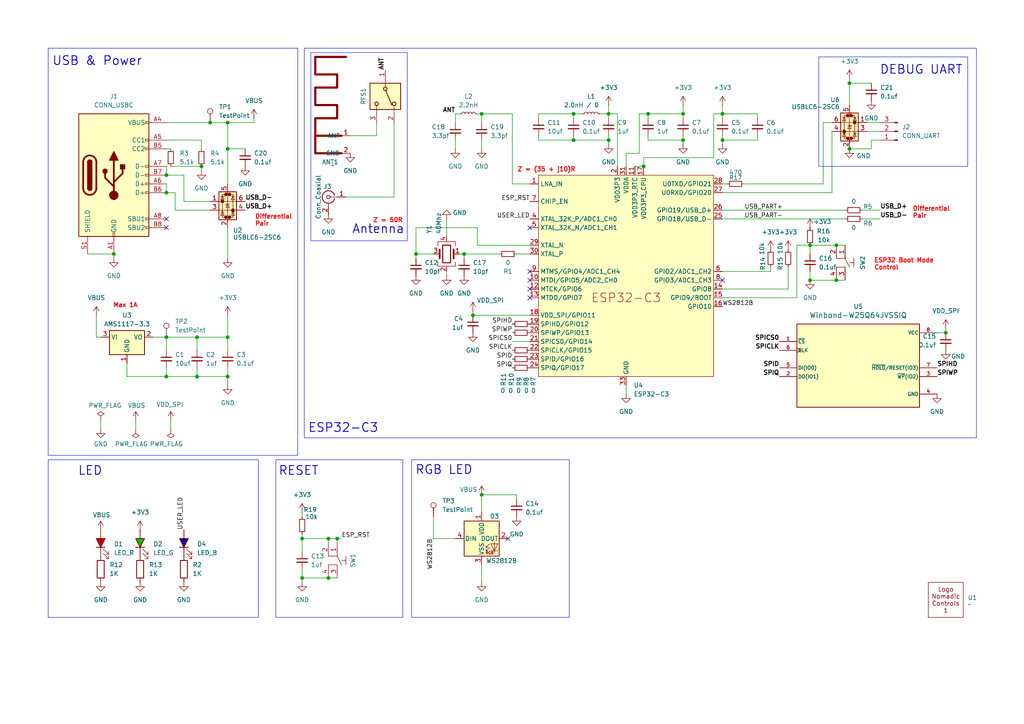
<source format=kicad_sch>
(kicad_sch (version 20231120) (generator "eeschema") (generator_version "8.0")
  (paper "A4")
  (title_block (title "ESP32-C3 LCGV Dev Board") (date "2024-11-29") (company "Nomadic Controls"))
  (junction (at 57.15 97.79))
  (junction (at 246.38 24.13))
  (junction (at 66.04 35.56))
  (junction (at 48.26 50.8))
  (junction (at 87.63 156.21))
  (junction (at 58.42 48.26))
  (junction (at 234.95 71.12))
  (junction (at 242.57 81.28))
  (junction (at 166.37 33.02))
  (junction (at 186.69 48.26))
  (junction (at 87.63 167.64))
  (junction (at 176.53 40.64))
  (junction (at 48.26 97.79))
  (junction (at 139.7 143.51))
  (junction (at 176.53 33.02))
  (junction (at 198.12 33.02))
  (junction (at 246.38 43.18))
  (junction (at 209.55 33.02))
  (junction (at 187.96 33.02))
  (junction (at 33.02 73.66))
  (junction (at 48.26 109.22))
  (junction (at 242.57 71.12))
  (junction (at 234.95 81.28))
  (junction (at 198.12 40.64))
  (junction (at 274.32 96.52))
  (junction (at 120.65 73.66))
  (junction (at 57.15 109.22))
  (junction (at 134.62 73.66))
  (junction (at 60.96 35.56))
  (junction (at 139.7 33.02))
  (junction (at 66.04 109.22))
  (junction (at 48.26 55.88))
  (junction (at 66.04 97.79))
  (junction (at 95.25 167.64))
  (junction (at 95.25 156.21))
  (junction (at 97.79 156.21))
  (junction (at 209.55 40.64))
  (junction (at 137.16 91.44))
  (junction (at 166.37 40.64))
  (junction (at 66.04 43.18))
  (no_connect (at 209.55 81.28))
  (no_connect (at 48.26 63.5))
  (no_connect (at 153.67 78.74))
  (no_connect (at 153.67 83.82))
  (no_connect (at 153.67 81.28))
  (no_connect (at 153.67 86.36))
  (no_connect (at 153.67 66.04))
  (no_connect (at 48.26 66.04))
  (no_connect (at 147.32 156.21))
  (wire (pts (xy 246.38 24.13) (xy 246.38 30.48)))
  (wire (pts (xy 49.53 48.26) (xy 58.42 48.26)))
  (wire (pts (xy 134.62 73.66) (xy 134.62 74.93)))
  (wire (pts (xy 209.55 30.48) (xy 209.55 33.02)))
  (wire (pts (xy 125.73 156.21) (xy 125.73 149.86)))
  (wire (pts (xy 156.21 33.02) (xy 166.37 33.02)))
  (wire (pts (xy 251.46 38.1) (xy 255.27 38.1)))
  (wire (pts (xy 97.79 156.21) (xy 99.06 156.21)))
  (wire (pts (xy 57.15 109.22) (xy 48.26 109.22)))
  (wire (pts (xy 198.12 40.64) (xy 198.12 41.91)))
  (wire (pts (xy 149.86 143.51) (xy 139.7 143.51)))
  (wire (pts (xy 209.55 63.5) (xy 245.11 63.5)))
  (wire (pts (xy 209.55 40.64) (xy 209.55 41.91)))
  (wire (pts (xy 242.57 81.28) (xy 245.11 81.28)))
  (wire (pts (xy 186.69 45.72) (xy 207.01 45.72)))
  (wire (pts (xy 166.37 40.64) (xy 166.37 39.37)))
  (wire (pts (xy 231.14 86.36) (xy 231.14 71.12)))
  (wire (pts (xy 242.57 71.12) (xy 245.11 71.12)))
  (wire (pts (xy 246.38 22.86) (xy 246.38 24.13)))
  (wire (pts (xy 48.26 48.26) (xy 48.26 50.8)))
  (wire (pts (xy 50.8 60.96) (xy 50.8 55.88)))
  (wire (pts (xy 87.63 148.59) (xy 87.63 149.86)))
  (wire (pts (xy 215.9 53.34) (xy 238.76 53.34)))
  (wire (pts (xy 219.71 34.29) (xy 219.71 33.02)))
  (wire (pts (xy 187.96 40.64) (xy 187.96 39.37)))
  (wire (pts (xy 198.12 33.02) (xy 198.12 34.29)))
  (wire (pts (xy 57.15 109.22) (xy 57.15 106.68)))
  (wire (pts (xy 238.76 53.34) (xy 238.76 35.56)))
  (wire (pts (xy 29.21 121.92) (xy 29.21 124.46)))
  (wire (pts (xy 87.63 167.64) (xy 87.63 168.91)))
  (wire (pts (xy 95.25 167.64) (xy 87.63 167.64)))
  (wire (pts (xy 156.21 40.64) (xy 156.21 39.37)))
  (wire (pts (xy 109.22 35.56) (xy 109.22 39.37)))
  (wire (pts (xy 139.7 33.02) (xy 148.59 33.02)))
  (wire (pts (xy 181.61 48.26) (xy 181.61 44.45)))
  (wire (pts (xy 27.94 97.79) (xy 27.94 91.44)))
  (wire (pts (xy 255.27 40.64) (xy 252.73 40.64)))
  (wire (pts (xy 53.34 50.8) (xy 48.26 50.8)))
  (wire (pts (xy 251.46 35.56) (xy 255.27 35.56)))
  (wire (pts (xy 209.55 60.96) (xy 245.11 60.96)))
  (wire (pts (xy 48.26 97.79) (xy 57.15 97.79)))
  (wire (pts (xy 132.08 40.64) (xy 132.08 43.18)))
  (wire (pts (xy 137.16 91.44) (xy 153.67 91.44)))
  (wire (pts (xy 132.08 156.21) (xy 125.73 156.21)))
  (wire (pts (xy 207.01 45.72) (xy 207.01 33.02)))
  (wire (pts (xy 50.8 55.88) (xy 48.26 55.88)))
  (wire (pts (xy 120.65 73.66) (xy 120.65 74.93)))
  (wire (pts (xy 53.34 58.42) (xy 53.34 50.8)))
  (wire (pts (xy 209.55 39.37) (xy 209.55 40.64)))
  (wire (pts (xy 271.78 96.52) (xy 274.32 96.52)))
  (wire (pts (xy 66.04 43.18) (xy 66.04 35.56)))
  (wire (pts (xy 139.7 143.51) (xy 139.7 148.59)))
  (wire (pts (xy 33.02 73.66) (xy 33.02 74.93)))
  (wire (pts (xy 73.66 34.29) (xy 73.66 35.56)))
  (wire (pts (xy 209.55 33.02) (xy 219.71 33.02)))
  (wire (pts (xy 87.63 167.64) (xy 87.63 165.1)))
  (wire (pts (xy 95.25 157.48) (xy 95.25 156.21)))
  (wire (pts (xy 250.19 63.5) (xy 255.27 63.5)))
  (wire (pts (xy 228.6 83.82) (xy 228.6 77.47)))
  (wire (pts (xy 187.96 34.29) (xy 187.96 33.02)))
  (wire (pts (xy 138.43 71.12) (xy 153.67 71.12)))
  (wire (pts (xy 139.7 33.02) (xy 139.7 35.56)))
  (wire (pts (xy 66.04 106.68) (xy 66.04 109.22)))
  (wire (pts (xy 274.32 95.25) (xy 274.32 96.52)))
  (wire (pts (xy 252.73 40.64) (xy 252.73 43.18)))
  (wire (pts (xy 129.54 63.5) (xy 129.54 68.58)))
  (wire (pts (xy 133.35 73.66) (xy 134.62 73.66)))
  (wire (pts (xy 57.15 97.79) (xy 66.04 97.79)))
  (wire (pts (xy 166.37 33.02) (xy 168.91 33.02)))
  (wire (pts (xy 109.22 39.37) (xy 101.6 39.37)))
  (wire (pts (xy 60.96 60.96) (xy 50.8 60.96)))
  (wire (pts (xy 209.55 40.64) (xy 219.71 40.64)))
  (wire (pts (xy 219.71 40.64) (xy 219.71 39.37)))
  (wire (pts (xy 97.79 156.21) (xy 97.79 157.48)))
  (wire (pts (xy 234.95 71.12) (xy 242.57 71.12)))
  (wire (pts (xy 181.61 44.45) (xy 185.42 44.45)))
  (wire (pts (xy 66.04 109.22) (xy 57.15 109.22)))
  (wire (pts (xy 87.63 156.21) (xy 87.63 160.02)))
  (wire (pts (xy 156.21 34.29) (xy 156.21 33.02)))
  (wire (pts (xy 138.43 66.04) (xy 138.43 71.12)))
  (wire (pts (xy 66.04 109.22) (xy 66.04 111.76)))
  (wire (pts (xy 252.73 43.18) (xy 246.38 43.18)))
  (wire (pts (xy 234.95 71.12) (xy 234.95 73.66)))
  (wire (pts (xy 58.42 48.26) (xy 58.42 49.53)))
  (wire (pts (xy 36.83 109.22) (xy 36.83 105.41)))
  (wire (pts (xy 153.67 53.34) (xy 148.59 53.34)))
  (wire (pts (xy 48.26 53.34) (xy 48.26 55.88)))
  (wire (pts (xy 48.26 40.64) (xy 58.42 40.64)))
  (wire (pts (xy 176.53 30.48) (xy 176.53 33.02)))
  (wire (pts (xy 139.7 163.83) (xy 139.7 168.91)))
  (wire (pts (xy 66.04 97.79) (xy 66.04 101.6)))
  (wire (pts (xy 207.01 33.02) (xy 209.55 33.02)))
  (wire (pts (xy 49.53 121.92) (xy 49.53 124.46)))
  (wire (pts (xy 176.53 33.02) (xy 173.99 33.02)))
  (wire (pts (xy 95.25 156.21) (xy 97.79 156.21)))
  (wire (pts (xy 186.69 48.26) (xy 184.15 48.26)))
  (wire (pts (xy 179.07 33.02) (xy 176.53 33.02)))
  (wire (pts (xy 57.15 97.79) (xy 57.15 101.6)))
  (wire (pts (xy 48.26 43.18) (xy 49.53 43.18)))
  (wire (pts (xy 181.61 111.76) (xy 181.61 114.3)))
  (wire (pts (xy 166.37 40.64) (xy 176.53 40.64)))
  (wire (pts (xy 66.04 53.34) (xy 66.04 43.18)))
  (wire (pts (xy 209.55 86.36) (xy 231.14 86.36)))
  (wire (pts (xy 166.37 33.02) (xy 166.37 34.29)))
  (wire (pts (xy 87.63 154.94) (xy 87.63 156.21)))
  (wire (pts (xy 95.25 156.21) (xy 87.63 156.21)))
  (wire (pts (xy 48.26 35.56) (xy 60.96 35.56)))
  (wire (pts (xy 138.43 33.02) (xy 139.7 33.02)))
  (wire (pts (xy 185.42 44.45) (xy 185.42 33.02)))
  (wire (pts (xy 114.3 35.56) (xy 114.3 57.15)))
  (wire (pts (xy 209.55 33.02) (xy 209.55 34.29)))
  (wire (pts (xy 238.76 35.56) (xy 241.3 35.56)))
  (wire (pts (xy 66.04 66.04) (xy 66.04 74.93)))
  (wire (pts (xy 209.55 55.88) (xy 241.3 55.88)))
  (wire (pts (xy 149.86 144.78) (xy 149.86 143.51)))
  (wire (pts (xy 29.21 97.79) (xy 27.94 97.79)))
  (wire (pts (xy 60.96 35.56) (xy 66.04 35.56)))
  (wire (pts (xy 66.04 43.18) (xy 71.12 43.18)))
  (wire (pts (xy 149.86 73.66) (xy 153.67 73.66)))
  (wire (pts (xy 209.55 83.82) (xy 228.6 83.82)))
  (wire (pts (xy 48.26 97.79) (xy 48.26 101.6)))
  (wire (pts (xy 137.16 91.44) (xy 137.16 90.17)))
  (wire (pts (xy 198.12 39.37) (xy 198.12 40.64)))
  (wire (pts (xy 246.38 24.13) (xy 252.73 24.13)))
  (wire (pts (xy 209.55 78.74) (xy 223.52 78.74)))
  (wire (pts (xy 179.07 33.02) (xy 179.07 48.26)))
  (wire (pts (xy 187.96 40.64) (xy 198.12 40.64)))
  (wire (pts (xy 185.42 33.02) (xy 187.96 33.02)))
  (wire (pts (xy 148.59 99.06) (xy 153.67 99.06)))
  (wire (pts (xy 132.08 33.02) (xy 133.35 33.02)))
  (wire (pts (xy 242.57 81.28) (xy 234.95 81.28)))
  (wire (pts (xy 223.52 78.74) (xy 223.52 77.47)))
  (wire (pts (xy 95.25 167.64) (xy 97.79 167.64)))
  (wire (pts (xy 132.08 35.56) (xy 132.08 33.02)))
  (wire (pts (xy 139.7 40.64) (xy 139.7 43.18)))
  (wire (pts (xy 234.95 81.28) (xy 234.95 78.74)))
  (wire (pts (xy 58.42 40.64) (xy 58.42 43.18)))
  (wire (pts (xy 66.04 91.44) (xy 66.04 97.79)))
  (wire (pts (xy 231.14 71.12) (xy 234.95 71.12)))
  (wire (pts (xy 120.65 66.04) (xy 138.43 66.04)))
  (wire (pts (xy 39.37 121.92) (xy 39.37 124.46)))
  (wire (pts (xy 187.96 33.02) (xy 198.12 33.02)))
  (wire (pts (xy 60.96 58.42) (xy 53.34 58.42)))
  (wire (pts (xy 209.55 53.34) (xy 210.82 53.34)))
  (wire (pts (xy 100.33 57.15) (xy 114.3 57.15)))
  (wire (pts (xy 186.69 48.26) (xy 186.69 45.72)))
  (wire (pts (xy 44.45 97.79) (xy 48.26 97.79)))
  (wire (pts (xy 241.3 55.88) (xy 241.3 38.1)))
  (wire (pts (xy 125.73 73.66) (xy 120.65 73.66)))
  (wire (pts (xy 148.59 53.34) (xy 148.59 33.02)))
  (wire (pts (xy 198.12 30.48) (xy 198.12 33.02)))
  (wire (pts (xy 129.54 78.74) (xy 129.54 80.01)))
  (wire (pts (xy 134.62 73.66) (xy 144.78 73.66)))
  (wire (pts (xy 120.65 73.66) (xy 120.65 66.04)))
  (wire (pts (xy 156.21 40.64) (xy 166.37 40.64)))
  (wire (pts (xy 250.19 60.96) (xy 255.27 60.96)))
  (wire (pts (xy 176.53 34.29) (xy 176.53 33.02)))
  (wire (pts (xy 176.53 40.64) (xy 176.53 41.91)))
  (wire (pts (xy 48.26 109.22) (xy 48.26 106.68)))
  (wire (pts (xy 176.53 39.37) (xy 176.53 40.64)))
  (wire (pts (xy 48.26 109.22) (xy 36.83 109.22)))
  (wire (pts (xy 66.04 35.56) (xy 73.66 35.56)))
  (wire (pts (xy 25.4 73.66) (xy 33.02 73.66)))
  (rectangle (start 237.49 16.51) (end 280.67 48.26) (stroke (width 0.127) (color 0 0 194 1)))
  (rectangle (start 13.97 13.97) (end 86.36 132.08) (stroke (width 0.127) (color 0 0 194 1)))
  (rectangle (start 13.97 133.35) (end 74.93 179.07) (stroke (width 0.127) (color 0 0 194 1)))
  (rectangle (start 90.17 15.24) (end 118.11 69.85) (stroke (width 0.127) (color 0 0 255 1)))
  (rectangle (start 80.01 133.35) (end 116.84 179.07) (stroke (width 0.127) (color 0 0 194 1)))
  (rectangle (start 119.38 133.35) (end 165.1 179.07) (stroke (width 0.127) (color 0 0 194 1)))
  (rectangle (start 88.265 13.97) (end 283.21 127) (stroke (width 0.127) (color 0 0 194 1)))
  (text "Z = (35 + j10)R" (at 158.496 49.276 0) (effects (font (size 1.27 1.27) (thickness 0.254) (bold yes))))
  (text "DEBUG UART" (at 267.208 20.32 0) (effects (font (size 2.54 2.54) (thickness 0.254) (bold yes))))
  (text "Differential\nPair" (at 73.914 64.008 0) (effects (font (size 1.27 1.27) (thickness 0.254) (bold yes)) (justify left)))
  (text "ESP32-C3" (at 99.568 124.206 0) (effects (font (size 2.54 2.54) (thickness 0.254) (bold yes))))
  (text "ESP32 Boot Mode\nControl" (at 253.492 76.708 0) (effects (font (size 1.27 1.27) (thickness 0.254) (bold yes)) (justify left)))
  (text "RGB LED" (at 128.778 136.398 0) (effects (font (size 2.54 2.54) (thickness 0.254) (bold yes))))
  (text "USB & Power" (at 28.194 17.78 0) (effects (font (size 2.54 2.54) (thickness 0.254) (bold yes))))
  (text "LED" (at 26.162 136.652 0) (effects (font (size 2.54 2.54) (thickness 0.254) (bold yes))))
  (text "Antenna" (at 109.728 66.548 0) (effects (font (size 2.54 2.54) (thickness 0.254) (bold yes))))
  (text "Differential\nPair" (at 264.668 61.722 0) (effects (font (size 1.27 1.27) (thickness 0.254) (bold yes)) (justify left)))
  (text "Max 1A" (at 32.766 88.646 0) (effects (font (size 1.27 1.27) (thickness 0.254) (bold yes)) (justify left)))
  (text "RESET" (at 86.614 136.652 0) (effects (font (size 2.54 2.54) (thickness 0.254) (bold yes))))
  (text "Z = 50R" (at 112.522 64.008 0) (effects (font (size 1.27 1.27) (thickness 0.254) (bold yes))))
  (label "SPID" (at 148.59 104.14 180))
  (label "SPICLK" (at 148.59 101.6 180))
  (label "SPICS0" (at 148.59 99.06 180))
  (label "USB_D+" (at 71.12 60.96 0) (effects (font (thickness 0.254) (bold yes))))
  (label "SPIWP" (at 271.78 109.22 0) (effects (font (thickness 0.254) (bold yes))))
  (label "SPIWP" (at 148.59 96.52 180))
  (label "USB_PART-" (at 215.9 63.5 0))
  (label "USB_D-" (at 71.12 58.42 0) (effects (font (thickness 0.254) (bold yes))))
  (label "ANT" (at 111.76 20.32 90) (effects (font (thickness 0.254) (bold yes))))
  (label "SPIHD" (at 148.59 93.98 180))
  (label "USER_LED" (at 153.67 63.5 180))
  (label "WS2812B" (at 125.73 156.21 270))
  (label "USB_D-" (at 255.27 63.5 0) (effects (font (thickness 0.254) (bold yes))))
  (label "ESP_RST" (at 99.06 156.21 0))
  (label "ESP_RST" (at 153.67 58.42 180))
  (label "SPIQ" (at 148.59 106.68 180))
  (label "WS2812B" (at 209.55 88.9 0))
  (label "SPIQ" (at 226.06 109.22 180) (effects (font (thickness 0.254) (bold yes))))
  (label "SPICS0" (at 226.06 99.06 180) (effects (font (thickness 0.254) (bold yes))))
  (label "SPIHD" (at 271.78 106.68 0) (effects (font (thickness 0.254) (bold yes))))
  (label "SPICLK" (at 226.06 101.6 180) (effects (font (thickness 0.254) (bold yes))))
  (label "USB_PART+" (at 215.9 60.96 0))
  (label "USER_LED" (at 53.34 153.67 90))
  (label "SPID" (at 226.06 106.68 180) (effects (font (thickness 0.254) (bold yes))))
  (label "ANT" (at 132.08 33.02 180) (effects (font (thickness 0.254) (bold yes))))
  (label "USB_D+" (at 255.27 60.96 0) (effects (font (thickness 0.254) (bold yes))))
  (symbol (lib_id "power:GND") (at 120.65 80.01 0) (unit 1)
    (property "Reference" "#PWR033" (effects (hide yes)))
    (property "Value" "GND" (at 120.65 85.09 0))
    (property "Description" "Power symbol creates a global label with name \"GND\" , ground" (effects (hide yes)))
  )
  (symbol (lib_id "power:GND") (at 181.61 114.3 0) (unit 1)
    (property "Reference" "#PWR03" (effects (hide yes)))
    (property "Value" "GND" (at 181.61 119.38 0))
    (property "Description" "Power symbol creates a global label with name \"GND\" , ground" (effects (hide yes)))
  )
  (symbol (lib_id "ankit_kicad_led:LED-R") (at 29.21 157.48 90) (unit 1)
    (property "Reference" "D1" (at 33.02 157.7974 90) (effects (justify right)))
    (property "Value" "LED_R" (at 33.02 160.3374 90) (effects (justify right)))
    (property "Footprint" "LED_SMD:LED_0603_1608Metric" (effects (hide yes)))
    (property "Description" "Light emitting diode" (effects (hide yes)))
  )
  (symbol (lib_id "Device:R_Small") (at 49.53 45.72 0) (unit 1)
    (property "Reference" "R3" (at 52.07 44.4499 0) (effects (justify left)))
    (property "Value" "5.1k" (at 52.07 46.9899 0) (effects (justify left)))
    (property "Footprint" "Resistor_SMD:R_0603_1608Metric" (effects (hide yes)))
    (property "Description" "Resistor, small symbol" (effects (hide yes)))
  )
  (symbol (lib_id "power:GND") (at 29.21 168.91 0) (unit 1)
    (property "Reference" "#PWR019" (effects (hide yes)))
    (property "Value" "GND" (at 29.21 173.99 0))
    (property "Description" "Power symbol creates a global label with name \"GND\" , ground" (effects (hide yes)))
  )
  (symbol (lib_id "Device:C_Small") (at 120.65 77.47 0) (unit 1)
    (property "Reference" "C12" (at 123.19 76.2062 0) (effects (justify left)))
    (property "Value" "10pf" (at 123.19 78.7462 0) (effects (justify left)))
    (property "Footprint" "Capacitor_SMD:C_0603_1608Metric" (effects (hide yes)))
    (property "Description" "Unpolarized capacitor, small symbol" (effects (hide yes)))
  )
  (symbol (lib_id "ankit_kicad_switch:SW_Push_SPST_4Pads") (at 96.52 162.56 270) (unit 1)
    (property "Reference" "SW1" (at 102.362 162.56 0))
    (property "Value" "SW_Push_SPST_4Pads" (effects (hide yes)))
    (property "Footprint" "ankit_kicad_switch:Tactile Microswitch 3x4x2.5mm" (effects (hide yes)))
    (property "Description" "Push button switch, generic, symbol, four pins" (effects (hide yes)))
  )
  (symbol (lib_id "power:+3V3") (at 198.12 30.48 0) (unit 1)
    (property "Reference" "#PWR08" (effects (hide yes)))
    (property "Value" "+3V3" (at 198.12 25.4 0))
    (property "Description" "Power symbol creates a global label with name \"+3V3\"" (effects (hide yes)))
  )
  (symbol (lib_id "ankit_kicad_led:LED-G") (at 40.64 157.48 90) (unit 1)
    (property "Reference" "D2" (at 44.45 157.7974 90) (effects (justify right)))
    (property "Value" "LED_G" (at 44.45 160.3374 90) (effects (justify right)))
    (property "Footprint" "LED_SMD:LED_0603_1608Metric" (effects (hide yes)))
    (property "Description" "Light emitting diode" (effects (hide yes)))
  )
  (symbol (lib_id "Device:C_Small") (at 166.37 36.83 0) (unit 1)
    (property "Reference" "C10" (at 168.91 35.5662 0) (effects (justify left)))
    (property "Value" "0.1uf" (at 168.91 38.1062 0) (effects (justify left)))
    (property "Footprint" "Capacitor_SMD:C_0603_1608Metric" (effects (hide yes)))
    (property "Description" "Unpolarized capacitor, small symbol" (effects (hide yes)))
  )
  (symbol (lib_id "power:GND") (at 71.12 48.26 0) (unit 1)
    (property "Reference" "#PWR043" (effects (hide yes)))
    (property "Value" "GND" (at 71.12 53.34 0))
    (property "Description" "Power symbol creates a global label with name \"GND\" , ground" (effects (hide yes)))
  )
  (symbol (lib_id "power:GND") (at 274.32 101.6 0) (unit 1)
    (property "Reference" "#PWR05" (effects (hide yes)))
    (property "Value" "GND" (at 277.876 103.378 0))
    (property "Description" "Power symbol creates a global label with name \"GND\" , ground" (effects (hide yes)))
  )
  (symbol (lib_id "Device:R_Small") (at 213.36 53.34 90) (unit 1)
    (property "Reference" "R17" (at 213.36 51.562 90))
    (property "Value" "470" (at 213.36 50.038 90))
    (property "Footprint" "Resistor_SMD:R_0805_2012Metric" (effects (hide yes)))
    (property "Description" "Resistor, small symbol" (effects (hide yes)))
  )
  (symbol (lib_id "power:GND") (at 139.7 168.91 0) (unit 1)
    (property "Reference" "#PWR013" (effects (hide yes)))
    (property "Value" "GND" (at 139.7 173.99 0))
    (property "Description" "Power symbol creates a global label with name \"GND\" , ground" (effects (hide yes)))
  )
  (symbol (lib_id "PCM_Espressif:ESP32-C3") (at 181.61 81.28 0) (unit 1)
    (property "Reference" "U4" (at 183.8041 111.76 0) (effects (justify left)))
    (property "Value" "ESP32-C3" (at 183.8041 114.3 0) (effects (justify left)))
    (property "Footprint" "Package_DFN_QFN:QFN-32-1EP_5x5mm_P0.5mm_EP3.45x3.45mm" (effects (hide yes)))
    (property "Datasheet" "https://www.espressif.com/sites/default/files/documentation/esp32-c3_datasheet_en.pdf" (effects (hide yes)))
    (property "Description" "ESP32-C3 family is an ultra-low-power MCU-based SoC solution that supports 2.4 GHz Wi-Fi and Bluetooth®Low Energy (Bluetooth LE)." (effects (hide yes)))
  )
  (symbol (lib_id "Device:C_Small") (at 139.7 38.1 0) (unit 1)
    (property "Reference" "C19" (at 142.24 36.8362 0) (effects (justify left)))
    (property "Value" "3.3pf" (at 142.24 39.3762 0) (effects (justify left)))
    (property "Footprint" "Capacitor_SMD:C_0402_1005Metric" (effects (hide yes)))
    (property "Description" "Unpolarized capacitor, small symbol" (effects (hide yes)))
  )
  (symbol (lib_id "Connector:Conn_Coaxial") (at 95.25 57.15 0) (mirror y) (unit 1)
    (property "Reference" "J3" (at 94.996 54.102 0))
    (property "Value" "Conn_Coaxial" (at 92.329 57.15 90))
    (property "Footprint" "Connector_Coaxial:U.FL_Molex_MCRF_73412-0110_Vertical" (effects (hide yes)))
    (property "Description" "coaxial connector (BNC, SMA, SMB, SMC, Cinch/RCA, LEMO, ...)" (effects (hide yes)))
  )
  (symbol (lib_id "power:GND") (at 29.21 124.46 0) (unit 1)
    (property "Reference" "#PWR044" (effects (hide yes)))
    (property "Value" "GND" (at 29.21 128.778 0))
    (property "Description" "Power symbol creates a global label with name \"GND\" , ground" (effects (hide yes)))
  )
  (symbol (lib_id "Device:C_Small") (at 198.12 36.83 0) (unit 1)
    (property "Reference" "C7" (at 200.66 35.5662 0) (effects (justify left)))
    (property "Value" "0.1uf" (at 200.66 38.1062 0) (effects (justify left)))
    (property "Footprint" "Capacitor_SMD:C_0603_1608Metric" (effects (hide yes)))
    (property "Description" "Unpolarized capacitor, small symbol" (effects (hide yes)))
  )
  (symbol (lib_id "Power_Protection:USBLC6-2SC6") (at 246.38 35.56 0) (mirror y) (unit 1)
    (property "Reference" "U6" (at 243.586 28.956 0) (effects (justify left)))
    (property "Value" "USBLC6-2SC6" (at 243.586 30.988 0) (effects (justify left)))
    (property "Footprint" "Package_TO_SOT_SMD:SOT-23-6" (effects (hide yes)))
    (property "Datasheet" "https://www.st.com/resource/en/datasheet/usblc6-2.pdf" (effects (hide yes)))
    (property "Description" "Very low capacitance ESD protection diode, 2 data-line, SOT-23-6" (effects (hide yes)))
  )
  (symbol (lib_id "Device:C_Small") (at 66.04 104.14 0) (unit 1)
    (property "Reference" "C3" (at 68.58 102.8762 0) (effects (justify left)))
    (property "Value" "0.1uf" (at 68.58 105.4162 0) (effects (justify left)))
    (property "Footprint" "Capacitor_SMD:C_0603_1608Metric" (effects (hide yes)))
    (property "Description" "Unpolarized capacitor, small symbol" (effects (hide yes)))
  )
  (symbol (lib_id "Device:R_Small") (at 247.65 63.5 270) (mirror x) (unit 1)
    (property "Reference" "R6" (at 251.714 64.77 90))
    (property "Value" "0" (at 247.65 66.04 90))
    (property "Footprint" "Resistor_SMD:R_0603_1608Metric" (effects (hide yes)))
    (property "Description" "Resistor, small symbol" (effects (hide yes)))
  )
  (symbol (lib_id "Device:R_Small") (at 151.13 96.52 90) (unit 1)
    (property "Reference" "R8" (at 152.654 112.014 0) (effects (justify left)))
    (property "Value" "0" (at 153.416 113.284 90) (effects (justify left)))
    (property "Footprint" "Resistor_SMD:R_0603_1608Metric" (effects (hide yes)))
    (property "Description" "Resistor, small symbol" (effects (hide yes)))
  )
  (symbol (lib_id "Device:C_Small") (at 57.15 104.14 0) (unit 1)
    (property "Reference" "C2" (at 59.69 102.8762 0) (effects (justify left)))
    (property "Value" "1uf" (at 59.69 105.4162 0) (effects (justify left)))
    (property "Footprint" "Capacitor_SMD:C_0805_2012Metric" (effects (hide yes)))
    (property "Description" "Unpolarized capacitor, small symbol" (effects (hide yes)))
  )
  (symbol (lib_id "power:GND") (at 58.42 49.53 0) (unit 1)
    (property "Reference" "#PWR016" (effects (hide yes)))
    (property "Value" "GND" (at 58.42 54.61 0))
    (property "Description" "Power symbol creates a global label with name \"GND\" , ground" (effects (hide yes)))
  )
  (symbol (lib_id "Device:R_Small") (at 151.13 101.6 90) (unit 1)
    (property "Reference" "R9" (at 150.622 112.014 0) (effects (justify left)))
    (property "Value" "0" (at 155.448 113.284 90) (effects (justify left)))
    (property "Footprint" "Resistor_SMD:R_0603_1608Metric" (effects (hide yes)))
    (property "Description" "Resistor, small symbol" (effects (hide yes)))
  )
  (symbol (lib_id "LED:WS2812B") (at 139.7 156.21 0) (unit 1)
    (property "Reference" "D3" (at 144.78 150.495 0) (effects (justify right bottom)))
    (property "Value" "WS2812B" (at 140.97 161.925 0) (effects (justify left top)))
    (property "Footprint" "LED_SMD:LED_WS2812B-2020_PLCC4_2.0x2.0mm" (effects (hide yes)))
    (property "Datasheet" "https://cdn-shop.adafruit.com/datasheets/WS2812B.pdf" (effects (hide yes)))
    (property "Description" "RGB LED with integrated controller" (effects (hide yes)))
  )
  (symbol (lib_id "power:GND") (at 234.95 81.28 0) (unit 1)
    (property "Reference" "#PWR025" (effects (hide yes)))
    (property "Value" "GND" (at 234.95 86.36 0))
    (property "Description" "Power symbol creates a global label with name \"GND\" , ground" (effects (hide yes)))
  )
  (symbol (lib_id "Device:R_Small") (at 151.13 93.98 90) (unit 1)
    (property "Reference" "R7" (at 154.686 112.014 0) (effects (justify left)))
    (property "Value" "0" (at 151.13 113.284 90) (effects (justify left)))
    (property "Footprint" "Resistor_SMD:R_0603_1608Metric" (effects (hide yes)))
    (property "Description" "Resistor, small symbol" (effects (hide yes)))
  )
  (symbol (lib_id "power:GND") (at 271.78 114.3 0) (unit 1)
    (property "Reference" "#PWR018" (effects (hide yes)))
    (property "Value" "GND" (at 271.78 119.38 0))
    (property "Description" "Power symbol creates a global label with name \"GND\" , ground" (effects (hide yes)))
  )
  (symbol (lib_id "Device:R_Small") (at 228.6 74.93 180) (unit 1)
    (property "Reference" "R15" (at 226.314 76.454 90))
    (property "Value" "10k" (at 226.314 71.882 90))
    (property "Footprint" "Resistor_SMD:R_0603_1608Metric" (effects (hide yes)))
    (property "Description" "Resistor, small symbol" (effects (hide yes)))
  )
  (symbol (lib_id "ankit_kicad_switch:RF Switch 0805 2Pos") (at 105.41 27.94 270) (unit 1)
    (property "Reference" "RFS1" (at 105.41 27.94 0))
    (property "Footprint" "ankit_kicad_switch:RF Switch 0402 2Pos" (effects (hide yes)))
  )
  (symbol (lib_id "power:GND") (at 66.04 74.93 0) (unit 1)
    (property "Reference" "#PWR017" (effects (hide yes)))
    (property "Value" "GND" (at 66.04 80.01 0))
    (property "Description" "Power symbol creates a global label with name \"GND\" , ground" (effects (hide yes)))
  )
  (symbol (lib_id "Device:C_Small") (at 87.63 162.56 0) (unit 1)
    (property "Reference" "C13" (at 90.17 161.2962 0) (effects (justify left)))
    (property "Value" "1uf" (at 90.17 163.8362 0) (effects (justify left)))
    (property "Footprint" "Capacitor_SMD:C_0805_2012Metric" (effects (hide yes)))
    (property "Description" "Unpolarized capacitor, small symbol" (effects (hide yes)))
  )
  (symbol (lib_id "power:PWR_FLAG") (at 29.21 121.92 0) (unit 1)
    (property "Reference" "#FLG01" (effects (hide yes)))
    (property "Value" "PWR_FLAG" (at 30.48 117.602 0))
    (property "Description" "Special symbol for telling ERC where power comes from" (effects (hide yes)))
  )
  (symbol (lib_id "ankit_kicad_logos:Nomadic_Controls_1") (at 274.32 180.34 0) (unit 1) (in_bom no)
    (property "Reference" "U1" (at 280.67 173.3549 0) (effects (justify left)))
    (property "Value" "~" (at 280.67 175.26 0) (effects (justify left)))
    (property "Footprint" "ankit_kicad_logos:Nomadic_Controls_Concise_2_5mm" (effects (hide yes)))
  )
  (symbol (lib_id "Device:C_Small") (at 209.55 36.83 0) (unit 1)
    (property "Reference" "C5" (at 212.09 35.5662 0) (effects (justify left)))
    (property "Value" "0.1uf" (at 212.09 38.1062 0) (effects (justify left)))
    (property "Footprint" "Capacitor_SMD:C_0603_1608Metric" (effects (hide yes)))
    (property "Description" "Unpolarized capacitor, small symbol" (effects (hide yes)))
  )
  (symbol (lib_id "power:+3V3") (at 87.63 148.59 0) (unit 1)
    (property "Reference" "#PWR012" (effects (hide yes)))
    (property "Value" "+3V3" (at 87.63 143.51 0))
    (property "Description" "Power symbol creates a global label with name \"+3V3\"" (effects (hide yes)))
  )
  (symbol (lib_id "power:GND") (at 132.08 43.18 0) (unit 1)
    (property "Reference" "#PWR039" (effects (hide yes)))
    (property "Value" "GND" (at 132.08 48.26 0))
    (property "Description" "Power symbol creates a global label with name \"GND\" , ground" (effects (hide yes)))
  )
  (symbol (lib_id "Device:R_Small") (at 234.95 68.58 0) (mirror x) (unit 1)
    (property "Reference" "R16" (at 240.792 67.056 0) (effects (justify right)))
    (property "Value" "10k" (at 240.792 69.596 0) (effects (justify right)))
    (property "Footprint" "Resistor_SMD:R_0603_1608Metric" (effects (hide yes)))
    (property "Description" "Resistor, small symbol" (effects (hide yes)))
  )
  (symbol (lib_id "Device:R_Small") (at 147.32 73.66 90) (mirror x) (unit 1)
    (property "Reference" "R1" (at 147.32 78.74 90))
    (property "Value" "0" (at 147.32 76.2 90))
    (property "Footprint" "Resistor_SMD:R_0603_1608Metric" (effects (hide yes)))
    (property "Description" "Resistor, small symbol" (effects (hide yes)))
  )
  (symbol (lib_id "power:+3V3") (at 209.55 30.48 0) (unit 1)
    (property "Reference" "#PWR06" (effects (hide yes)))
    (property "Value" "+3V3" (at 209.55 25.4 0))
    (property "Description" "Power symbol creates a global label with name \"+3V3\"" (effects (hide yes)))
  )
  (symbol (lib_id "Device:C_Small") (at 252.73 26.67 0) (unit 1)
    (property "Reference" "C21" (at 255.27 25.4062 0) (effects (justify left)))
    (property "Value" "0.1uf" (at 255.27 27.9462 0) (effects (justify left)))
    (property "Footprint" "Capacitor_SMD:C_0603_1608Metric" (effects (hide yes)))
    (property "Description" "Unpolarized capacitor, small symbol" (effects (hide yes)))
  )
  (symbol (lib_id "power:GND") (at 198.12 41.91 0) (unit 1)
    (property "Reference" "#PWR09" (effects (hide yes)))
    (property "Value" "GND" (at 198.12 46.99 0))
    (property "Description" "Power symbol creates a global label with name \"GND\" , ground" (effects (hide yes)))
  )
  (symbol (lib_id "Device:R") (at 29.21 165.1 0) (unit 1)
    (property "Reference" "R12" (at 31.75 163.8299 0) (effects (justify left)))
    (property "Value" "1K" (at 31.75 166.3699 0) (effects (justify left)))
    (property "Footprint" "Resistor_SMD:R_0603_1608Metric" (effects (hide yes)))
    (property "Description" "Resistor" (effects (hide yes)))
  )
  (symbol (lib_id "ankit_kicad_switch:SW_Push_SPST_4Pads") (at 243.84 76.2 270) (unit 1)
    (property "Reference" "SW2" (at 250.19 76.2 0))
    (property "Value" "SW_Push_SPST_4Pads" (effects (hide yes)))
    (property "Footprint" "ankit_kicad_switch:Tactile Microswitch 3x4x2.5mm" (effects (hide yes)))
    (property "Description" "Push button switch, generic, symbol, four pins" (effects (hide yes)))
  )
  (symbol (lib_id "power:+3V3") (at 66.04 91.44 0) (unit 1)
    (property "Reference" "#PWR01" (effects (hide yes)))
    (property "Value" "+3V3" (at 66.04 86.36 0))
    (property "Description" "Power symbol creates a global label with name \"+3V3\"" (effects (hide yes)))
  )
  (symbol (lib_id "power:GND") (at 246.38 43.18 0) (unit 1)
    (property "Reference" "#PWR026" (effects (hide yes)))
    (property "Value" "GND" (at 250.444 45.212 0))
    (property "Description" "Power symbol creates a global label with name \"GND\" , ground" (effects (hide yes)))
  )
  (symbol (lib_id "power:VCC") (at 73.66 34.29 0) (unit 1)
    (property "Reference" "#PWR031" (effects (hide yes)))
    (property "Value" "VBUS" (at 73.66 29.21 0))
    (property "Description" "Power symbol creates a global label with name \"VCC\"" (effects (hide yes)))
  )
  (symbol (lib_id "Device:R_Small") (at 247.65 60.96 90) (unit 1)
    (property "Reference" "R5" (at 251.714 59.944 90))
    (property "Value" "0" (at 247.65 58.42 90))
    (property "Footprint" "Resistor_SMD:R_0603_1608Metric" (effects (hide yes)))
    (property "Description" "Resistor, small symbol" (effects (hide yes)))
  )
  (symbol (lib_id "power:+3V3") (at 246.38 22.86 0) (unit 1)
    (property "Reference" "#PWR027" (effects (hide yes)))
    (property "Value" "+3V3" (at 246.38 17.78 0))
    (property "Description" "Power symbol creates a global label with name \"+3V3\"" (effects (hide yes)))
  )
  (symbol (lib_id "Connector:TestPoint") (at 60.96 35.56 0) (unit 1)
    (property "Reference" "TP1" (at 63.5 30.9879 0) (effects (justify left)))
    (property "Value" "TestPoint" (at 63.5 33.5279 0) (effects (justify left)))
    (property "Footprint" "TestPoint:TestPoint_Pad_1.0x1.0mm" (effects (hide yes)))
    (property "Description" "test point" (effects (hide yes)))
  )
  (symbol (lib_id "ankit_kicad_antenna:MIFA_ESP32_1") (at 96.52 45.72 0) (mirror y) (unit 1) (in_bom no)
    (property "Reference" "ANT1" (at 95.758 46.99 0))
    (property "Value" "~" (at 96.52 48.006 0))
    (property "Footprint" "RF_Antenna:Texas_SWRA117D_2.4GHz_Left" (effects (hide yes)))
  )
  (symbol (lib_id "power:VCC") (at 137.16 90.17 0) (unit 1)
    (property "Reference" "#PWR029" (effects (hide yes)))
    (property "Value" "VDD_SPI" (at 142.24 87.122 0))
    (property "Description" "Power symbol creates a global label with name \"VCC\"" (effects (hide yes)))
  )
  (symbol (lib_id "power:+3V3") (at 228.6 72.39 0) (unit 1)
    (property "Reference" "#PWR023" (effects (hide yes)))
    (property "Value" "+3V3" (at 228.6 67.31 0))
    (property "Description" "Power symbol creates a global label with name \"+3V3\"" (effects (hide yes)))
  )
  (symbol (lib_id "power:VCC") (at 27.94 91.44 0) (unit 1)
    (property "Reference" "#PWR030" (effects (hide yes)))
    (property "Value" "VBUS" (at 27.94 86.36 0))
    (property "Description" "Power symbol creates a global label with name \"VCC\"" (effects (hide yes)))
  )
  (symbol (lib_id "Device:R_Small") (at 151.13 106.68 90) (unit 1)
    (property "Reference" "R11" (at 146.05 112.014 0) (effects (justify left)))
    (property "Value" "0" (at 146.558 113.284 90) (effects (justify left)))
    (property "Footprint" "Resistor_SMD:R_0603_1608Metric" (effects (hide yes)))
    (property "Description" "Resistor, small symbol" (effects (hide yes)))
  )
  (symbol (lib_id "power:PWR_FLAG") (at 49.53 124.46 180) (unit 1)
    (property "Reference" "#FLG03" (effects (hide yes)))
    (property "Value" "PWR_FLAG" (at 48.26 128.778 0))
    (property "Description" "Special symbol for telling ERC where power comes from" (effects (hide yes)))
  )
  (symbol (lib_id "Device:R_Small") (at 223.52 74.93 180) (unit 1)
    (property "Reference" "R14" (at 221.234 76.454 90))
    (property "Value" "10k" (at 220.98 72.136 90))
    (property "Footprint" "Resistor_SMD:R_0603_1608Metric" (effects (hide yes)))
    (property "Description" "Resistor, small symbol" (effects (hide yes)))
  )
  (symbol (lib_id "ankit_kicad_led:LED-B") (at 53.34 157.48 90) (unit 1)
    (property "Reference" "D4" (at 57.15 157.7974 90) (effects (justify right)))
    (property "Value" "LED_B" (at 57.15 160.3374 90) (effects (justify right)))
    (property "Footprint" "LED_SMD:LED_0603_1608Metric" (effects (hide yes)))
    (property "Description" "Light emitting diode" (effects (hide yes)))
  )
  (symbol (lib_id "power:VCC") (at 139.7 143.51 0) (unit 1)
    (property "Reference" "#PWR014" (effects (hide yes)))
    (property "Value" "VBUS" (at 135.89 141.986 0))
    (property "Description" "Power symbol creates a global label with name \"VCC\"" (effects (hide yes)))
  )
  (symbol (lib_id "power:VCC") (at 274.32 95.25 0) (unit 1)
    (property "Reference" "#PWR028" (effects (hide yes)))
    (property "Value" "VDD_SPI" (at 274.32 90.17 0))
    (property "Description" "Power symbol creates a global label with name \"VCC\"" (effects (hide yes)))
  )
  (symbol (lib_id "Device:C_Small") (at 234.95 76.2 0) (unit 1)
    (property "Reference" "C16" (at 237.49 74.9362 0) (effects (justify left)))
    (property "Value" "0.1uf" (at 237.49 77.4762 0) (effects (justify left)))
    (property "Footprint" "Capacitor_SMD:C_0603_1608Metric" (effects (hide yes)))
    (property "Description" "Unpolarized capacitor, small symbol" (effects (hide yes)))
  )
  (symbol (lib_id "power:GND") (at 129.54 63.5 180) (unit 1)
    (property "Reference" "#PWR036" (effects (hide yes)))
    (property "Value" "GND" (at 133.35 61.722 0))
    (property "Description" "Power symbol creates a global label with name \"GND\" , ground" (effects (hide yes)))
  )
  (symbol (lib_id "Device:Crystal_GND24") (at 129.54 73.66 180) (unit 1)
    (property "Reference" "Y1" (at 124.46 66.548 90))
    (property "Value" "40Mhz" (at 127.254 64.77 90))
    (property "Footprint" "Crystal:Crystal_SMD_3225-4Pin_3.2x2.5mm" (effects (hide yes)))
    (property "Description" "Four pin crystal, GND on pins 2 and 4" (effects (hide yes)))
  )
  (symbol (lib_id "power:+3V3") (at 234.95 66.04 0) (unit 1)
    (property "Reference" "#PWR024" (effects (hide yes)))
    (property "Value" "+3V3" (at 238.506 64.262 0))
    (property "Description" "Power symbol creates a global label with name \"+3V3\"" (effects (hide yes)))
  )
  (symbol (lib_id "Device:C_Small") (at 134.62 77.47 0) (unit 1)
    (property "Reference" "C17" (at 137.16 76.2062 0) (effects (justify left)))
    (property "Value" "10pf" (at 137.16 78.7462 0) (effects (justify left)))
    (property "Footprint" "Capacitor_SMD:C_0603_1608Metric" (effects (hide yes)))
    (property "Description" "Unpolarized capacitor, small symbol" (effects (hide yes)))
  )
  (symbol (lib_id "power:GND") (at 134.62 80.01 0) (unit 1)
    (property "Reference" "#PWR034" (effects (hide yes)))
    (property "Value" "GND" (at 134.62 85.09 0))
    (property "Description" "Power symbol creates a global label with name \"GND\" , ground" (effects (hide yes)))
  )
  (symbol (lib_id "power:VCC") (at 39.37 121.92 0) (unit 1)
    (property "Reference" "#PWR045" (effects (hide yes)))
    (property "Value" "VBUS" (at 39.624 117.602 0))
    (property "Description" "Power symbol creates a global label with name \"VCC\"" (effects (hide yes)))
  )
  (symbol (lib_id "power:PWR_FLAG") (at 39.37 124.46 180) (unit 1)
    (property "Reference" "#FLG02" (effects (hide yes)))
    (property "Value" "PWR_FLAG" (at 38.1 128.778 0))
    (property "Description" "Special symbol for telling ERC where power comes from" (effects (hide yes)))
  )
  (symbol (lib_id "Device:R") (at 40.64 165.1 0) (unit 1)
    (property "Reference" "R13" (at 43.18 163.8299 0) (effects (justify left)))
    (property "Value" "1K" (at 43.18 166.3699 0) (effects (justify left)))
    (property "Footprint" "Resistor_SMD:R_0603_1608Metric" (effects (hide yes)))
    (property "Description" "Resistor" (effects (hide yes)))
  )
  (symbol (lib_id "Device:C_Small") (at 176.53 36.83 0) (unit 1)
    (property "Reference" "C9" (at 179.07 35.5662 0) (effects (justify left)))
    (property "Value" "1uf" (at 179.07 38.1062 0) (effects (justify left)))
    (property "Footprint" "Capacitor_SMD:C_0805_2012Metric" (effects (hide yes)))
    (property "Description" "Unpolarized capacitor, small symbol" (effects (hide yes)))
  )
  (symbol (lib_id "Device:C_Small") (at 132.08 38.1 0) (unit 1)
    (property "Reference" "C18" (at 125.222 36.83 0) (effects (justify left)))
    (property "Value" "3.3pf" (at 125.222 39.37 0) (effects (justify left)))
    (property "Footprint" "Capacitor_SMD:C_0402_1005Metric" (effects (hide yes)))
    (property "Description" "Unpolarized capacitor, small symbol" (effects (hide yes)))
  )
  (symbol (lib_id "Device:C_Small") (at 274.32 99.06 0) (mirror y) (unit 1)
    (property "Reference" "C15" (at 271.526 97.536 0) (effects (justify left)))
    (property "Value" "0.1uf" (at 271.526 100.076 0) (effects (justify left)))
    (property "Footprint" "Capacitor_SMD:C_0603_1608Metric" (effects (hide yes)))
    (property "Description" "Unpolarized capacitor, small symbol" (effects (hide yes)))
  )
  (symbol (lib_id "Device:R_Small") (at 87.63 152.4 0) (mirror x) (unit 1)
    (property "Reference" "R19" (at 91.948 147.828 0) (effects (justify right)))
    (property "Value" "10k" (at 92.202 149.86 0) (effects (justify right)))
    (property "Footprint" "Resistor_SMD:R_0603_1608Metric" (effects (hide yes)))
    (property "Description" "Resistor, small symbol" (effects (hide yes)))
  )
  (symbol (lib_id "power:VCC") (at 29.21 153.67 0) (unit 1)
    (property "Reference" "#PWR032" (effects (hide yes)))
    (property "Value" "VBUS" (at 29.464 149.352 0))
    (property "Description" "Power symbol creates a global label with name \"VCC\"" (effects (hide yes)))
  )
  (symbol (lib_id "Device:L_Small") (at 171.45 33.02 90) (unit 1)
    (property "Reference" "L1" (at 171.45 27.94 90))
    (property "Value" "2.0nH / 0" (at 168.656 30.48 90))
    (property "Footprint" "Inductor_SMD:L_0603_1608Metric" (effects (hide yes)))
    (property "Description" "Inductor, small symbol" (effects (hide yes)))
  )
  (symbol (lib_id "power:GND") (at 87.63 168.91 0) (unit 1)
    (property "Reference" "#PWR037" (effects (hide yes)))
    (property "Value" "GND" (at 87.63 173.99 0))
    (property "Description" "Power symbol creates a global label with name \"GND\" , ground" (effects (hide yes)))
  )
  (symbol (lib_id "power:VCC") (at 49.53 121.92 0) (unit 1)
    (property "Reference" "#PWR047" (effects (hide yes)))
    (property "Value" "VDD_SPI" (at 49.276 117.348 0))
    (property "Description" "Power symbol creates a global label with name \"VCC\"" (effects (hide yes)))
  )
  (symbol (lib_id "Connector:USB_C_Receptacle_USB2.0_16P") (at 33.02 50.8 0) (unit 1)
    (property "Reference" "J1" (at 33.02 27.94 0))
    (property "Value" "CONN_USBC" (at 33.02 30.48 0))
    (property "Footprint" "ankit_kicad_usb:USB_C_Receptacle_GCT_USB4105-xx-A_16P_TopMnt_Horizontal" (effects (hide yes)))
    (property "Datasheet" "https://www.usb.org/sites/default/files/documents/usb_type-c.zip" (effects (hide yes)))
    (property "Description" "USB 2.0-only 16P Type-C Receptacle connector" (effects (hide yes)))
  )
  (symbol (lib_id "power:+3V3") (at 40.64 153.67 0) (unit 1)
    (property "Reference" "#PWR021" (effects (hide yes)))
    (property "Value" "+3V3" (at 40.64 148.59 0))
    (property "Description" "Power symbol creates a global label with name \"+3V3\"" (effects (hide yes)))
  )
  (symbol (lib_id "power:GND") (at 66.04 111.76 0) (unit 1)
    (property "Reference" "#PWR02" (effects (hide yes)))
    (property "Value" "GND" (at 66.04 116.84 0))
    (property "Description" "Power symbol creates a global label with name \"GND\" , ground" (effects (hide yes)))
  )
  (symbol (lib_id "power:GND") (at 33.02 74.93 0) (unit 1)
    (property "Reference" "#PWR015" (effects (hide yes)))
    (property "Value" "GND" (at 33.02 80.01 0))
    (property "Description" "Power symbol creates a global label with name \"GND\" , ground" (effects (hide yes)))
  )
  (symbol (lib_id "power:+3V3") (at 176.53 30.48 0) (unit 1)
    (property "Reference" "#PWR011" (effects (hide yes)))
    (property "Value" "+3V3" (at 176.53 25.4 0))
    (property "Description" "Power symbol creates a global label with name \"+3V3\"" (effects (hide yes)))
  )
  (symbol (lib_id "power:GND") (at 176.53 41.91 0) (unit 1)
    (property "Reference" "#PWR010" (effects (hide yes)))
    (property "Value" "GND" (at 176.53 46.99 0))
    (property "Description" "Power symbol creates a global label with name \"GND\" , ground" (effects (hide yes)))
  )
  (symbol (lib_id "power:GND") (at 101.6 44.45 0) (unit 1)
    (property "Reference" "#PWR041" (effects (hide yes)))
    (property "Value" "GND" (at 101.6 49.53 0))
    (property "Description" "Power symbol creates a global label with name \"GND\" , ground" (effects (hide yes)))
  )
  (symbol (lib_id "power:GND") (at 139.7 43.18 0) (unit 1)
    (property "Reference" "#PWR040" (effects (hide yes)))
    (property "Value" "GND" (at 139.7 48.26 0))
    (property "Description" "Power symbol creates a global label with name \"GND\" , ground" (effects (hide yes)))
  )
  (symbol (lib_id "ankit_kicad_flash:Winbond-W25Q64JVSSIQ") (at 223.52 111.76 0) (unit 1)
    (property "Reference" "U5" (at 248.92 88.9 0))
    (property "Value" "Winbond-W25Q64JVSSIQ" (at 248.92 91.44 0) (effects (font (size 1.524 1.524))))
    (property "Footprint" "ankit_kicad_flash:Winbond-SOIC-8_5P28X5P28_WIN" (effects (hide yes)))
    (property "Datasheet" "W25Q64JVSSIQ" (effects (hide yes)))
    (property "Description" "FLASH - NOR Memory IC 16Mb (2M x 8) SPI - Quad I/O 133MHz 8-WSON (6x5" (effects (hide yes)))
    (property "MF" "Winbond Electronics" (effects (hide yes)))
    (property "PACKAGE" "WSON-8 " (effects (hide yes)))
  )
  (symbol (lib_id "Power_Protection:USBLC6-2SC6") (at 66.04 58.42 0) (unit 1)
    (property "Reference" "U2" (at 67.564 66.802 0) (effects (justify left)))
    (property "Value" "USBLC6-2SC6" (at 67.564 68.834 0) (effects (justify left)))
    (property "Footprint" "Package_TO_SOT_SMD:SOT-23-6" (effects (hide yes)))
    (property "Datasheet" "https://www.st.com/resource/en/datasheet/usblc6-2.pdf" (effects (hide yes)))
    (property "Description" "Very low capacitance ESD protection diode, 2 data-line, SOT-23-6" (effects (hide yes)))
  )
  (symbol (lib_id "power:GND") (at 129.54 80.01 0) (unit 1)
    (property "Reference" "#PWR035" (effects (hide yes)))
    (property "Value" "GND" (at 129.54 85.09 0))
    (property "Description" "Power symbol creates a global label with name \"GND\" , ground" (effects (hide yes)))
  )
  (symbol (lib_id "Connector:Conn_01x03_Pin") (at 260.35 38.1 180) (unit 1)
    (property "Reference" "J2" (at 261.62 36.8299 0) (effects (justify right)))
    (property "Value" "CONN_UART" (at 261.62 39.3699 0) (effects (justify right)))
    (property "Footprint" "Connector_PinHeader_1.27mm:PinHeader_1x03_P1.27mm_Vertical" (effects (hide yes)))
    (property "Description" "Generic connector, single row, 01x03, script generated" (effects (hide yes)))
  )
  (symbol (lib_id "Device:C_Small") (at 137.16 93.98 0) (mirror y) (unit 1)
    (property "Reference" "C4" (at 134.366 92.456 0) (effects (justify left)))
    (property "Value" "1uf" (at 134.366 94.996 0) (effects (justify left)))
    (property "Footprint" "Capacitor_SMD:C_0805_2012Metric" (effects (hide yes)))
    (property "Description" "Unpolarized capacitor, small symbol" (effects (hide yes)))
  )
  (symbol (lib_id "Connector:TestPoint") (at 125.73 149.86 0) (unit 1)
    (property "Reference" "TP3" (at 128.27 145.2879 0) (effects (justify left)))
    (property "Value" "TestPoint" (at 128.27 147.8279 0) (effects (justify left)))
    (property "Footprint" "TestPoint:TestPoint_Pad_1.0x1.0mm" (effects (hide yes)))
    (property "Description" "test point" (effects (hide yes)))
  )
  (symbol (lib_id "Device:R_Small") (at 151.13 104.14 90) (unit 1)
    (property "Reference" "R10" (at 148.336 112.014 0) (effects (justify left)))
    (property "Value" "0" (at 148.844 113.284 90) (effects (justify left)))
    (property "Footprint" "Resistor_SMD:R_0603_1608Metric" (effects (hide yes)))
    (property "Description" "Resistor, small symbol" (effects (hide yes)))
  )
  (symbol (lib_id "Device:L_Small") (at 135.89 33.02 90) (unit 1)
    (property "Reference" "L2" (at 135.89 27.94 90))
    (property "Value" "2.2nH" (at 135.89 30.48 90))
    (property "Footprint" "Inductor_SMD:L_0402_1005Metric" (effects (hide yes)))
    (property "Description" "Inductor, small symbol" (effects (hide yes)))
  )
  (symbol (lib_id "Connector:TestPoint") (at 48.26 97.79 0) (unit 1)
    (property "Reference" "TP2" (at 50.8 93.2179 0) (effects (justify left)))
    (property "Value" "TestPoint" (at 50.8 95.7579 0) (effects (justify left)))
    (property "Footprint" "TestPoint:TestPoint_Pad_1.0x1.0mm" (effects (hide yes)))
    (property "Description" "test point" (effects (hide yes)))
  )
  (symbol (lib_id "Device:R_Small") (at 58.42 45.72 0) (unit 1)
    (property "Reference" "R4" (at 60.96 44.4499 0) (effects (justify left)))
    (property "Value" "5.1k" (at 60.96 46.9899 0) (effects (justify left)))
    (property "Footprint" "Resistor_SMD:R_0603_1608Metric" (effects (hide yes)))
    (property "Description" "Resistor, small symbol" (effects (hide yes)))
  )
  (symbol (lib_id "power:GND") (at 53.34 168.91 0) (unit 1)
    (property "Reference" "#PWR048" (effects (hide yes)))
    (property "Value" "GND" (at 53.34 173.99 0))
    (property "Description" "Power symbol creates a global label with name \"GND\" , ground" (effects (hide yes)))
  )
  (symbol (lib_id "Device:R") (at 53.34 165.1 0) (unit 1)
    (property "Reference" "R2" (at 55.88 163.8299 0) (effects (justify left)))
    (property "Value" "1K" (at 55.88 166.3699 0) (effects (justify left)))
    (property "Footprint" "Resistor_SMD:R_0603_1608Metric" (effects (hide yes)))
    (property "Description" "Resistor" (effects (hide yes)))
  )
  (symbol (lib_id "Device:C_Small") (at 187.96 36.83 0) (unit 1)
    (property "Reference" "C8" (at 190.5 35.5662 0) (effects (justify left)))
    (property "Value" "1uf" (at 190.5 38.1062 0) (effects (justify left)))
    (property "Footprint" "Capacitor_SMD:C_0805_2012Metric" (effects (hide yes)))
    (property "Description" "Unpolarized capacitor, small symbol" (effects (hide yes)))
  )
  (symbol (lib_id "Device:C_Small") (at 149.86 147.32 0) (unit 1)
    (property "Reference" "C14" (at 152.4 146.0562 0) (effects (justify left)))
    (property "Value" "0.1uf" (at 152.4 148.5962 0) (effects (justify left)))
    (property "Footprint" "Capacitor_SMD:C_0603_1608Metric" (effects (hide yes)))
    (property "Description" "Unpolarized capacitor, small symbol" (effects (hide yes)))
  )
  (symbol (lib_id "power:GND") (at 209.55 41.91 0) (unit 1)
    (property "Reference" "#PWR07" (effects (hide yes)))
    (property "Value" "GND" (at 209.55 46.99 0))
    (property "Description" "Power symbol creates a global label with name \"GND\" , ground" (effects (hide yes)))
  )
  (symbol (lib_id "Device:C_Small") (at 71.12 45.72 0) (unit 1)
    (property "Reference" "C20" (at 73.66 44.4562 0) (effects (justify left)))
    (property "Value" "0.1uf" (at 73.66 46.9962 0) (effects (justify left)))
    (property "Footprint" "Capacitor_SMD:C_0603_1608Metric" (effects (hide yes)))
    (property "Description" "Unpolarized capacitor, small symbol" (effects (hide yes)))
  )
  (symbol (lib_id "power:GND") (at 95.25 62.23 0) (unit 1)
    (property "Reference" "#PWR046" (effects (hide yes)))
    (property "Value" "GND" (at 95.25 67.31 0))
    (property "Description" "Power symbol creates a global label with name \"GND\" , ground" (effects (hide yes)))
  )
  (symbol (lib_id "power:GND") (at 149.86 149.86 0) (unit 1)
    (property "Reference" "#PWR038" (effects (hide yes)))
    (property "Value" "GND" (at 149.86 154.94 0))
    (property "Description" "Power symbol creates a global label with name \"GND\" , ground" (effects (hide yes)))
  )
  (symbol (lib_id "Regulator_Linear:AMS1117-3.3") (at 36.83 97.79 0) (unit 1)
    (property "Reference" "U3" (at 36.83 91.44 0))
    (property "Value" "AMS1117-3.3" (at 36.83 93.98 0))
    (property "Footprint" "Package_TO_SOT_SMD:SOT-223-3_TabPin2" (effects (hide yes)))
    (property "Datasheet" "http://www.advanced-monolithic.com/pdf/ds1117.pdf" (effects (hide yes)))
    (property "Description" "1A Low Dropout regulator, positive, 3.3V fixed output, SOT-223" (effects (hide yes)))
  )
  (symbol (lib_id "power:+3V3") (at 223.52 72.39 0) (unit 1)
    (property "Reference" "#PWR022" (effects (hide yes)))
    (property "Value" "+3V3" (at 223.52 67.31 0))
    (property "Description" "Power symbol creates a global label with name \"+3V3\"" (effects (hide yes)))
  )
  (symbol (lib_id "Device:C_Small") (at 156.21 36.83 0) (unit 1)
    (property "Reference" "C11" (at 158.75 35.5662 0) (effects (justify left)))
    (property "Value" "10uf" (at 158.75 38.1062 0) (effects (justify left)))
    (property "Footprint" "Capacitor_SMD:C_0805_2012Metric" (effects (hide yes)))
    (property "Description" "Unpolarized capacitor, small symbol" (effects (hide yes)))
  )
  (symbol (lib_id "power:GND") (at 137.16 96.52 0) (unit 1)
    (property "Reference" "#PWR04" (effects (hide yes)))
    (property "Value" "GND" (at 137.16 101.6 0))
    (property "Description" "Power symbol creates a global label with name \"GND\" , ground" (effects (hide yes)))
  )
  (symbol (lib_id "Device:C_Small") (at 48.26 104.14 0) (unit 1)
    (property "Reference" "C1" (at 50.8 102.8762 0) (effects (justify left)))
    (property "Value" "10uf" (at 50.8 105.4162 0) (effects (justify left)))
    (property "Footprint" "Capacitor_Tantalum_SMD:CP_EIA-3216-18_Kemet-A" (effects (hide yes)))
    (property "Description" "Unpolarized capacitor, small symbol" (effects (hide yes)))
  )
  (symbol (lib_id "Device:C_Small") (at 219.71 36.83 0) (unit 1)
    (property "Reference" "C6" (at 222.25 35.5662 0) (effects (justify left)))
    (property "Value" "0.1uf" (at 222.25 38.1062 0) (effects (justify left)))
    (property "Footprint" "Capacitor_SMD:C_0603_1608Metric" (effects (hide yes)))
    (property "Description" "Unpolarized capacitor, small symbol" (effects (hide yes)))
  )
  (symbol (lib_id "power:GND") (at 252.73 29.21 0) (unit 1)
    (property "Reference" "#PWR042" (effects (hide yes)))
    (property "Value" "GND" (at 252.73 34.29 0))
    (property "Description" "Power symbol creates a global label with name \"GND\" , ground" (effects (hide yes)))
  )
  (symbol (lib_id "power:GND") (at 40.64 168.91 0) (unit 1)
    (property "Reference" "#PWR020" (effects (hide yes)))
    (property "Value" "GND" (at 40.64 173.99 0))
    (property "Description" "Power symbol creates a global label with name \"GND\" , ground" (effects (hide yes)))
  )
)
</source>
